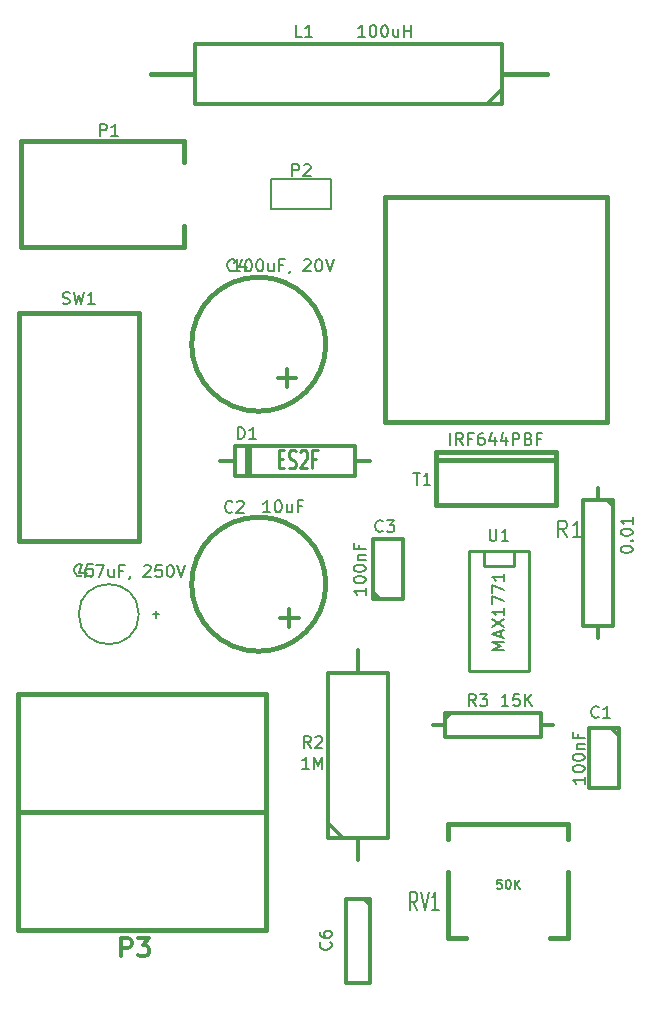
<source format=gto>
G04 (created by PCBNEW (2013-jul-07)-stable) date Tue 20 Jan 2015 05:17:42 PM PST*
%MOIN*%
G04 Gerber Fmt 3.4, Leading zero omitted, Abs format*
%FSLAX34Y34*%
G01*
G70*
G90*
G04 APERTURE LIST*
%ADD10C,0.00590551*%
%ADD11C,0.015*%
%ADD12C,0.006*%
%ADD13C,0.01*%
%ADD14C,0.012*%
%ADD15C,0.005*%
%ADD16C,0.008*%
%ADD17C,0.014*%
%ADD18C,0.0075*%
G04 APERTURE END LIST*
G54D10*
G54D11*
X38000Y-41450D02*
X38000Y-49050D01*
X38000Y-49050D02*
X34000Y-49050D01*
X34000Y-49050D02*
X34000Y-41450D01*
X34000Y-41450D02*
X38000Y-41450D01*
G54D12*
X42400Y-38000D02*
X42400Y-37000D01*
X42400Y-37000D02*
X44400Y-37000D01*
X44400Y-37000D02*
X44400Y-38000D01*
X44400Y-38000D02*
X42400Y-38000D01*
G54D13*
X50500Y-49400D02*
X50500Y-49900D01*
X50500Y-49900D02*
X49500Y-49900D01*
X49500Y-49900D02*
X49500Y-49400D01*
X51000Y-49400D02*
X51000Y-53400D01*
X51000Y-53400D02*
X49000Y-53400D01*
X49000Y-53400D02*
X49000Y-49400D01*
X49000Y-49400D02*
X51000Y-49400D01*
G54D11*
X39500Y-38563D02*
X39500Y-39272D01*
X39500Y-39272D02*
X34067Y-39272D01*
X34067Y-39272D02*
X34067Y-35768D01*
X34067Y-35768D02*
X34067Y-35728D01*
X34067Y-35728D02*
X39500Y-35728D01*
X39500Y-35728D02*
X39500Y-36437D01*
X44236Y-50500D02*
G75*
G03X44236Y-50500I-2236J0D01*
G74*
G01*
X44236Y-42500D02*
G75*
G03X44236Y-42500I-2236J0D01*
G74*
G01*
G54D14*
X45700Y-61000D02*
X45700Y-63800D01*
X45700Y-63800D02*
X44900Y-63800D01*
X44900Y-63800D02*
X44900Y-61000D01*
X44900Y-61000D02*
X45700Y-61000D01*
X45500Y-61000D02*
X45700Y-61200D01*
G54D15*
X38001Y-51500D02*
G75*
G03X38001Y-51500I-1001J0D01*
G74*
G01*
G54D14*
X45800Y-50980D02*
X45800Y-49000D01*
X45800Y-49000D02*
X46800Y-49000D01*
X46800Y-49000D02*
X46800Y-51000D01*
X46800Y-51000D02*
X45800Y-51000D01*
X46050Y-51000D02*
X45800Y-50750D01*
X54000Y-55320D02*
X54000Y-57300D01*
X54000Y-57300D02*
X53000Y-57300D01*
X53000Y-57300D02*
X53000Y-55300D01*
X53000Y-55300D02*
X54000Y-55300D01*
X53750Y-55300D02*
X54000Y-55550D01*
X47800Y-55200D02*
X48200Y-55200D01*
X48200Y-55200D02*
X48200Y-54800D01*
X48200Y-54800D02*
X51400Y-54800D01*
X51400Y-54800D02*
X51400Y-55600D01*
X51400Y-55600D02*
X48200Y-55600D01*
X48200Y-55600D02*
X48200Y-55200D01*
X48200Y-55000D02*
X48400Y-54800D01*
X51800Y-55200D02*
X51400Y-55200D01*
X40700Y-46400D02*
X41200Y-46400D01*
X41200Y-46400D02*
X41200Y-46900D01*
X41200Y-46900D02*
X45200Y-46900D01*
X45200Y-46900D02*
X45200Y-46400D01*
X45200Y-46400D02*
X45700Y-46400D01*
X45200Y-46400D02*
X45200Y-45900D01*
X45200Y-45900D02*
X41200Y-45900D01*
X41200Y-45900D02*
X41200Y-46400D01*
X41700Y-46900D02*
X41700Y-45900D01*
X41600Y-46900D02*
X41600Y-45900D01*
X45300Y-59700D02*
X45300Y-59700D01*
X45300Y-59700D02*
X45300Y-59700D01*
X45300Y-53450D02*
X45300Y-52700D01*
X45300Y-52700D02*
X45300Y-52700D01*
X46300Y-53450D02*
X46300Y-58950D01*
X44300Y-58950D02*
X44300Y-53450D01*
X44800Y-58950D02*
X44300Y-58450D01*
X44300Y-53450D02*
X46300Y-53450D01*
X44300Y-58950D02*
X46300Y-58950D01*
X45300Y-59700D02*
X45300Y-58950D01*
X53300Y-47300D02*
X53300Y-47700D01*
X53300Y-52300D02*
X53300Y-51900D01*
X53800Y-51900D02*
X52800Y-51900D01*
X52800Y-51900D02*
X52800Y-47700D01*
X52800Y-47700D02*
X53800Y-47700D01*
X53800Y-47700D02*
X53800Y-51900D01*
X53600Y-47700D02*
X53800Y-47900D01*
G54D11*
X50150Y-33500D02*
X51600Y-33500D01*
X39800Y-33500D02*
X38400Y-33500D01*
G54D14*
X39882Y-32500D02*
X50118Y-32500D01*
X50118Y-34500D02*
X39882Y-34500D01*
X50112Y-34000D02*
X49612Y-34500D01*
X39882Y-34500D02*
X39882Y-32500D01*
X50118Y-34500D02*
X50118Y-32500D01*
G54D11*
X33966Y-58100D02*
X42234Y-58100D01*
X33966Y-54163D02*
X33966Y-62037D01*
X42234Y-54163D02*
X42234Y-62037D01*
X33966Y-54163D02*
X42234Y-54163D01*
X42234Y-62037D02*
X33966Y-62037D01*
X53600Y-37600D02*
X46200Y-37600D01*
X53600Y-45100D02*
X53600Y-37600D01*
X46200Y-45100D02*
X46200Y-37600D01*
X46200Y-45100D02*
X53600Y-45100D01*
X47900Y-46350D02*
X47900Y-46100D01*
X47900Y-46100D02*
X51900Y-46100D01*
X51900Y-46100D02*
X51900Y-46350D01*
X47900Y-47850D02*
X47900Y-46350D01*
X47900Y-46350D02*
X51900Y-46350D01*
X51900Y-46350D02*
X51900Y-47850D01*
X51900Y-47850D02*
X47900Y-47850D01*
X52300Y-60300D02*
X52300Y-60100D01*
X52300Y-58800D02*
X52300Y-59000D01*
X48300Y-58800D02*
X48300Y-59000D01*
X48300Y-60300D02*
X48300Y-60100D01*
X48800Y-62300D02*
X48900Y-62300D01*
X48300Y-60300D02*
X48300Y-62300D01*
X48300Y-62300D02*
X48800Y-62300D01*
X52300Y-58800D02*
X52300Y-58500D01*
X52300Y-58500D02*
X48300Y-58500D01*
X48300Y-58500D02*
X48300Y-58800D01*
X51700Y-62300D02*
X52300Y-62300D01*
X52300Y-62300D02*
X52300Y-60300D01*
G54D16*
X35466Y-41142D02*
X35523Y-41161D01*
X35619Y-41161D01*
X35657Y-41142D01*
X35676Y-41123D01*
X35695Y-41085D01*
X35695Y-41047D01*
X35676Y-41009D01*
X35657Y-40990D01*
X35619Y-40971D01*
X35542Y-40952D01*
X35504Y-40933D01*
X35485Y-40914D01*
X35466Y-40876D01*
X35466Y-40838D01*
X35485Y-40800D01*
X35504Y-40780D01*
X35542Y-40761D01*
X35638Y-40761D01*
X35695Y-40780D01*
X35828Y-40761D02*
X35923Y-41161D01*
X36000Y-40876D01*
X36076Y-41161D01*
X36171Y-40761D01*
X36533Y-41161D02*
X36304Y-41161D01*
X36419Y-41161D02*
X36419Y-40761D01*
X36380Y-40819D01*
X36342Y-40857D01*
X36304Y-40876D01*
X43124Y-36901D02*
X43124Y-36501D01*
X43277Y-36501D01*
X43315Y-36520D01*
X43334Y-36540D01*
X43353Y-36578D01*
X43353Y-36635D01*
X43334Y-36673D01*
X43315Y-36692D01*
X43277Y-36711D01*
X43124Y-36711D01*
X43505Y-36540D02*
X43524Y-36520D01*
X43562Y-36501D01*
X43658Y-36501D01*
X43696Y-36520D01*
X43715Y-36540D01*
X43734Y-36578D01*
X43734Y-36616D01*
X43715Y-36673D01*
X43486Y-36901D01*
X43734Y-36901D01*
X49695Y-48661D02*
X49695Y-48985D01*
X49714Y-49023D01*
X49733Y-49042D01*
X49771Y-49061D01*
X49847Y-49061D01*
X49885Y-49042D01*
X49904Y-49023D01*
X49923Y-48985D01*
X49923Y-48661D01*
X50323Y-49061D02*
X50095Y-49061D01*
X50209Y-49061D02*
X50209Y-48661D01*
X50171Y-48719D01*
X50133Y-48757D01*
X50095Y-48776D01*
X50181Y-52691D02*
X49781Y-52691D01*
X50067Y-52557D01*
X49781Y-52424D01*
X50181Y-52424D01*
X50067Y-52253D02*
X50067Y-52062D01*
X50181Y-52291D02*
X49781Y-52157D01*
X50181Y-52024D01*
X49781Y-51929D02*
X50181Y-51662D01*
X49781Y-51662D02*
X50181Y-51929D01*
X50181Y-51300D02*
X50181Y-51529D01*
X50181Y-51414D02*
X49781Y-51414D01*
X49839Y-51453D01*
X49877Y-51491D01*
X49896Y-51529D01*
X49781Y-51167D02*
X49781Y-50900D01*
X50181Y-51072D01*
X49781Y-50786D02*
X49781Y-50519D01*
X50181Y-50691D01*
X50181Y-50157D02*
X50181Y-50386D01*
X50181Y-50272D02*
X49781Y-50272D01*
X49839Y-50310D01*
X49877Y-50348D01*
X49896Y-50386D01*
X36704Y-35561D02*
X36704Y-35161D01*
X36857Y-35161D01*
X36895Y-35180D01*
X36914Y-35200D01*
X36933Y-35238D01*
X36933Y-35295D01*
X36914Y-35333D01*
X36895Y-35352D01*
X36857Y-35371D01*
X36704Y-35371D01*
X37314Y-35561D02*
X37085Y-35561D01*
X37200Y-35561D02*
X37200Y-35161D01*
X37161Y-35219D01*
X37123Y-35257D01*
X37085Y-35276D01*
X41123Y-48083D02*
X41104Y-48102D01*
X41047Y-48121D01*
X41009Y-48121D01*
X40951Y-48102D01*
X40913Y-48064D01*
X40894Y-48026D01*
X40875Y-47950D01*
X40875Y-47893D01*
X40894Y-47817D01*
X40913Y-47779D01*
X40951Y-47740D01*
X41009Y-47721D01*
X41047Y-47721D01*
X41104Y-47740D01*
X41123Y-47760D01*
X41275Y-47760D02*
X41294Y-47740D01*
X41332Y-47721D01*
X41428Y-47721D01*
X41466Y-47740D01*
X41485Y-47760D01*
X41504Y-47798D01*
X41504Y-47836D01*
X41485Y-47893D01*
X41256Y-48121D01*
X41504Y-48121D01*
X42381Y-48101D02*
X42152Y-48101D01*
X42267Y-48101D02*
X42267Y-47701D01*
X42229Y-47759D01*
X42190Y-47797D01*
X42152Y-47816D01*
X42629Y-47701D02*
X42667Y-47701D01*
X42705Y-47720D01*
X42724Y-47740D01*
X42743Y-47778D01*
X42762Y-47854D01*
X42762Y-47949D01*
X42743Y-48025D01*
X42724Y-48063D01*
X42705Y-48082D01*
X42667Y-48101D01*
X42629Y-48101D01*
X42590Y-48082D01*
X42571Y-48063D01*
X42552Y-48025D01*
X42533Y-47949D01*
X42533Y-47854D01*
X42552Y-47778D01*
X42571Y-47740D01*
X42590Y-47720D01*
X42629Y-47701D01*
X43105Y-47835D02*
X43105Y-48101D01*
X42933Y-47835D02*
X42933Y-48044D01*
X42952Y-48082D01*
X42990Y-48101D01*
X43048Y-48101D01*
X43086Y-48082D01*
X43105Y-48063D01*
X43429Y-47892D02*
X43295Y-47892D01*
X43295Y-48101D02*
X43295Y-47701D01*
X43486Y-47701D01*
G54D17*
X42719Y-51621D02*
X43328Y-51621D01*
X43024Y-51925D02*
X43024Y-51316D01*
G54D16*
X41203Y-40033D02*
X41184Y-40052D01*
X41127Y-40071D01*
X41089Y-40071D01*
X41031Y-40052D01*
X40993Y-40014D01*
X40974Y-39976D01*
X40955Y-39900D01*
X40955Y-39843D01*
X40974Y-39767D01*
X40993Y-39729D01*
X41031Y-39690D01*
X41089Y-39671D01*
X41127Y-39671D01*
X41184Y-39690D01*
X41203Y-39710D01*
X41546Y-39805D02*
X41546Y-40071D01*
X41450Y-39652D02*
X41355Y-39938D01*
X41603Y-39938D01*
X41390Y-40071D02*
X41162Y-40071D01*
X41276Y-40071D02*
X41276Y-39671D01*
X41238Y-39729D01*
X41200Y-39767D01*
X41162Y-39786D01*
X41638Y-39671D02*
X41676Y-39671D01*
X41714Y-39690D01*
X41733Y-39710D01*
X41752Y-39748D01*
X41771Y-39824D01*
X41771Y-39919D01*
X41752Y-39995D01*
X41733Y-40033D01*
X41714Y-40052D01*
X41676Y-40071D01*
X41638Y-40071D01*
X41600Y-40052D01*
X41581Y-40033D01*
X41562Y-39995D01*
X41543Y-39919D01*
X41543Y-39824D01*
X41562Y-39748D01*
X41581Y-39710D01*
X41600Y-39690D01*
X41638Y-39671D01*
X42019Y-39671D02*
X42057Y-39671D01*
X42095Y-39690D01*
X42114Y-39710D01*
X42133Y-39748D01*
X42152Y-39824D01*
X42152Y-39919D01*
X42133Y-39995D01*
X42114Y-40033D01*
X42095Y-40052D01*
X42057Y-40071D01*
X42019Y-40071D01*
X41981Y-40052D01*
X41962Y-40033D01*
X41943Y-39995D01*
X41924Y-39919D01*
X41924Y-39824D01*
X41943Y-39748D01*
X41962Y-39710D01*
X41981Y-39690D01*
X42019Y-39671D01*
X42495Y-39805D02*
X42495Y-40071D01*
X42324Y-39805D02*
X42324Y-40014D01*
X42343Y-40052D01*
X42381Y-40071D01*
X42438Y-40071D01*
X42476Y-40052D01*
X42495Y-40033D01*
X42819Y-39862D02*
X42686Y-39862D01*
X42686Y-40071D02*
X42686Y-39671D01*
X42876Y-39671D01*
X43048Y-40052D02*
X43048Y-40071D01*
X43029Y-40110D01*
X43010Y-40129D01*
X43505Y-39710D02*
X43524Y-39690D01*
X43562Y-39671D01*
X43657Y-39671D01*
X43695Y-39690D01*
X43714Y-39710D01*
X43733Y-39748D01*
X43733Y-39786D01*
X43714Y-39843D01*
X43486Y-40071D01*
X43733Y-40071D01*
X43981Y-39671D02*
X44019Y-39671D01*
X44057Y-39690D01*
X44076Y-39710D01*
X44095Y-39748D01*
X44114Y-39824D01*
X44114Y-39919D01*
X44095Y-39995D01*
X44076Y-40033D01*
X44057Y-40052D01*
X44019Y-40071D01*
X43981Y-40071D01*
X43943Y-40052D01*
X43924Y-40033D01*
X43905Y-39995D01*
X43886Y-39919D01*
X43886Y-39824D01*
X43905Y-39748D01*
X43924Y-39710D01*
X43943Y-39690D01*
X43981Y-39671D01*
X44229Y-39671D02*
X44362Y-40071D01*
X44495Y-39671D01*
G54D17*
X42639Y-43622D02*
X43248Y-43622D01*
X42944Y-43926D02*
X42944Y-43317D01*
G54D16*
X44389Y-62434D02*
X44408Y-62453D01*
X44427Y-62510D01*
X44427Y-62548D01*
X44408Y-62606D01*
X44370Y-62644D01*
X44332Y-62663D01*
X44256Y-62682D01*
X44199Y-62682D01*
X44123Y-62663D01*
X44085Y-62644D01*
X44046Y-62606D01*
X44027Y-62548D01*
X44027Y-62510D01*
X44046Y-62453D01*
X44066Y-62434D01*
X44027Y-62091D02*
X44027Y-62167D01*
X44046Y-62206D01*
X44066Y-62225D01*
X44123Y-62263D01*
X44199Y-62282D01*
X44351Y-62282D01*
X44389Y-62263D01*
X44408Y-62244D01*
X44427Y-62206D01*
X44427Y-62129D01*
X44408Y-62091D01*
X44389Y-62072D01*
X44351Y-62053D01*
X44256Y-62053D01*
X44218Y-62072D01*
X44199Y-62091D01*
X44180Y-62129D01*
X44180Y-62206D01*
X44199Y-62244D01*
X44218Y-62263D01*
X44256Y-62282D01*
X36103Y-50193D02*
X36084Y-50212D01*
X36027Y-50231D01*
X35989Y-50231D01*
X35931Y-50212D01*
X35893Y-50174D01*
X35874Y-50136D01*
X35855Y-50060D01*
X35855Y-50003D01*
X35874Y-49927D01*
X35893Y-49889D01*
X35931Y-49850D01*
X35989Y-49831D01*
X36027Y-49831D01*
X36084Y-49850D01*
X36103Y-49870D01*
X36465Y-49831D02*
X36274Y-49831D01*
X36255Y-50022D01*
X36274Y-50003D01*
X36312Y-49984D01*
X36408Y-49984D01*
X36446Y-50003D01*
X36465Y-50022D01*
X36484Y-50060D01*
X36484Y-50155D01*
X36465Y-50193D01*
X36446Y-50212D01*
X36408Y-50231D01*
X36312Y-50231D01*
X36274Y-50212D01*
X36255Y-50193D01*
X36207Y-49995D02*
X36207Y-50261D01*
X36112Y-49842D02*
X36017Y-50128D01*
X36264Y-50128D01*
X36417Y-50223D02*
X36436Y-50242D01*
X36417Y-50261D01*
X36398Y-50242D01*
X36417Y-50223D01*
X36417Y-50261D01*
X36569Y-49861D02*
X36836Y-49861D01*
X36664Y-50261D01*
X37160Y-49995D02*
X37160Y-50261D01*
X36988Y-49995D02*
X36988Y-50204D01*
X37007Y-50242D01*
X37045Y-50261D01*
X37102Y-50261D01*
X37140Y-50242D01*
X37160Y-50223D01*
X37483Y-50052D02*
X37350Y-50052D01*
X37350Y-50261D02*
X37350Y-49861D01*
X37540Y-49861D01*
X37712Y-50242D02*
X37712Y-50261D01*
X37693Y-50300D01*
X37674Y-50319D01*
X38169Y-49900D02*
X38188Y-49880D01*
X38226Y-49861D01*
X38321Y-49861D01*
X38360Y-49880D01*
X38379Y-49900D01*
X38398Y-49938D01*
X38398Y-49976D01*
X38379Y-50033D01*
X38150Y-50261D01*
X38398Y-50261D01*
X38760Y-49861D02*
X38569Y-49861D01*
X38550Y-50052D01*
X38569Y-50033D01*
X38607Y-50014D01*
X38702Y-50014D01*
X38740Y-50033D01*
X38760Y-50052D01*
X38779Y-50090D01*
X38779Y-50185D01*
X38760Y-50223D01*
X38740Y-50242D01*
X38702Y-50261D01*
X38607Y-50261D01*
X38569Y-50242D01*
X38550Y-50223D01*
X39026Y-49861D02*
X39064Y-49861D01*
X39102Y-49880D01*
X39121Y-49900D01*
X39140Y-49938D01*
X39160Y-50014D01*
X39160Y-50109D01*
X39140Y-50185D01*
X39121Y-50223D01*
X39102Y-50242D01*
X39064Y-50261D01*
X39026Y-50261D01*
X38988Y-50242D01*
X38969Y-50223D01*
X38950Y-50185D01*
X38931Y-50109D01*
X38931Y-50014D01*
X38950Y-49938D01*
X38969Y-49900D01*
X38988Y-49880D01*
X39026Y-49861D01*
X39274Y-49861D02*
X39407Y-50261D01*
X39540Y-49861D01*
G54D18*
X38460Y-51507D02*
X38689Y-51507D01*
X38575Y-51621D02*
X38575Y-51392D01*
G54D16*
X46133Y-48723D02*
X46114Y-48742D01*
X46057Y-48761D01*
X46019Y-48761D01*
X45961Y-48742D01*
X45923Y-48704D01*
X45904Y-48666D01*
X45885Y-48590D01*
X45885Y-48533D01*
X45904Y-48457D01*
X45923Y-48419D01*
X45961Y-48380D01*
X46019Y-48361D01*
X46057Y-48361D01*
X46114Y-48380D01*
X46133Y-48400D01*
X46266Y-48361D02*
X46514Y-48361D01*
X46380Y-48514D01*
X46438Y-48514D01*
X46476Y-48533D01*
X46495Y-48552D01*
X46514Y-48590D01*
X46514Y-48685D01*
X46495Y-48723D01*
X46476Y-48742D01*
X46438Y-48761D01*
X46323Y-48761D01*
X46285Y-48742D01*
X46266Y-48723D01*
X45561Y-50619D02*
X45561Y-50847D01*
X45561Y-50733D02*
X45161Y-50733D01*
X45219Y-50771D01*
X45257Y-50809D01*
X45276Y-50847D01*
X45161Y-50371D02*
X45161Y-50333D01*
X45180Y-50295D01*
X45200Y-50276D01*
X45238Y-50257D01*
X45314Y-50238D01*
X45409Y-50238D01*
X45485Y-50257D01*
X45523Y-50276D01*
X45542Y-50295D01*
X45561Y-50333D01*
X45561Y-50371D01*
X45542Y-50409D01*
X45523Y-50428D01*
X45485Y-50447D01*
X45409Y-50466D01*
X45314Y-50466D01*
X45238Y-50447D01*
X45200Y-50428D01*
X45180Y-50409D01*
X45161Y-50371D01*
X45161Y-49990D02*
X45161Y-49952D01*
X45180Y-49914D01*
X45200Y-49895D01*
X45238Y-49876D01*
X45314Y-49857D01*
X45409Y-49857D01*
X45485Y-49876D01*
X45523Y-49895D01*
X45542Y-49914D01*
X45561Y-49952D01*
X45561Y-49990D01*
X45542Y-50028D01*
X45523Y-50047D01*
X45485Y-50066D01*
X45409Y-50085D01*
X45314Y-50085D01*
X45238Y-50066D01*
X45200Y-50047D01*
X45180Y-50028D01*
X45161Y-49990D01*
X45295Y-49685D02*
X45561Y-49685D01*
X45333Y-49685D02*
X45314Y-49666D01*
X45295Y-49628D01*
X45295Y-49571D01*
X45314Y-49533D01*
X45352Y-49514D01*
X45561Y-49514D01*
X45352Y-49190D02*
X45352Y-49323D01*
X45561Y-49323D02*
X45161Y-49323D01*
X45161Y-49133D01*
X53333Y-54923D02*
X53314Y-54942D01*
X53257Y-54961D01*
X53219Y-54961D01*
X53161Y-54942D01*
X53123Y-54904D01*
X53104Y-54866D01*
X53085Y-54790D01*
X53085Y-54733D01*
X53104Y-54657D01*
X53123Y-54619D01*
X53161Y-54580D01*
X53219Y-54561D01*
X53257Y-54561D01*
X53314Y-54580D01*
X53333Y-54600D01*
X53714Y-54961D02*
X53485Y-54961D01*
X53600Y-54961D02*
X53600Y-54561D01*
X53561Y-54619D01*
X53523Y-54657D01*
X53485Y-54676D01*
X52861Y-56919D02*
X52861Y-57147D01*
X52861Y-57033D02*
X52461Y-57033D01*
X52519Y-57071D01*
X52557Y-57109D01*
X52576Y-57147D01*
X52461Y-56671D02*
X52461Y-56633D01*
X52480Y-56595D01*
X52500Y-56576D01*
X52538Y-56557D01*
X52614Y-56538D01*
X52709Y-56538D01*
X52785Y-56557D01*
X52823Y-56576D01*
X52842Y-56595D01*
X52861Y-56633D01*
X52861Y-56671D01*
X52842Y-56709D01*
X52823Y-56728D01*
X52785Y-56747D01*
X52709Y-56766D01*
X52614Y-56766D01*
X52538Y-56747D01*
X52500Y-56728D01*
X52480Y-56709D01*
X52461Y-56671D01*
X52461Y-56290D02*
X52461Y-56252D01*
X52480Y-56214D01*
X52500Y-56195D01*
X52538Y-56176D01*
X52614Y-56157D01*
X52709Y-56157D01*
X52785Y-56176D01*
X52823Y-56195D01*
X52842Y-56214D01*
X52861Y-56252D01*
X52861Y-56290D01*
X52842Y-56328D01*
X52823Y-56347D01*
X52785Y-56366D01*
X52709Y-56385D01*
X52614Y-56385D01*
X52538Y-56366D01*
X52500Y-56347D01*
X52480Y-56328D01*
X52461Y-56290D01*
X52595Y-55985D02*
X52861Y-55985D01*
X52633Y-55985D02*
X52614Y-55966D01*
X52595Y-55928D01*
X52595Y-55871D01*
X52614Y-55833D01*
X52652Y-55814D01*
X52861Y-55814D01*
X52652Y-55490D02*
X52652Y-55623D01*
X52861Y-55623D02*
X52461Y-55623D01*
X52461Y-55433D01*
X49233Y-54561D02*
X49100Y-54371D01*
X49004Y-54561D02*
X49004Y-54161D01*
X49157Y-54161D01*
X49195Y-54180D01*
X49214Y-54200D01*
X49233Y-54238D01*
X49233Y-54295D01*
X49214Y-54333D01*
X49195Y-54352D01*
X49157Y-54371D01*
X49004Y-54371D01*
X49366Y-54161D02*
X49614Y-54161D01*
X49480Y-54314D01*
X49538Y-54314D01*
X49576Y-54333D01*
X49595Y-54352D01*
X49614Y-54390D01*
X49614Y-54485D01*
X49595Y-54523D01*
X49576Y-54542D01*
X49538Y-54561D01*
X49423Y-54561D01*
X49385Y-54542D01*
X49366Y-54523D01*
X50323Y-54561D02*
X50095Y-54561D01*
X50209Y-54561D02*
X50209Y-54161D01*
X50171Y-54219D01*
X50133Y-54257D01*
X50095Y-54276D01*
X50685Y-54161D02*
X50495Y-54161D01*
X50476Y-54352D01*
X50495Y-54333D01*
X50533Y-54314D01*
X50628Y-54314D01*
X50666Y-54333D01*
X50685Y-54352D01*
X50704Y-54390D01*
X50704Y-54485D01*
X50685Y-54523D01*
X50666Y-54542D01*
X50628Y-54561D01*
X50533Y-54561D01*
X50495Y-54542D01*
X50476Y-54523D01*
X50876Y-54561D02*
X50876Y-54161D01*
X51104Y-54561D02*
X50933Y-54333D01*
X51104Y-54161D02*
X50876Y-54390D01*
X41304Y-45661D02*
X41304Y-45261D01*
X41400Y-45261D01*
X41457Y-45280D01*
X41495Y-45319D01*
X41514Y-45357D01*
X41533Y-45433D01*
X41533Y-45490D01*
X41514Y-45566D01*
X41495Y-45604D01*
X41457Y-45642D01*
X41400Y-45661D01*
X41304Y-45661D01*
X41914Y-45661D02*
X41685Y-45661D01*
X41800Y-45661D02*
X41800Y-45261D01*
X41761Y-45319D01*
X41723Y-45357D01*
X41685Y-45376D01*
G54D13*
X42661Y-46328D02*
X42795Y-46328D01*
X42852Y-46642D02*
X42661Y-46642D01*
X42661Y-46042D01*
X42852Y-46042D01*
X43004Y-46614D02*
X43061Y-46642D01*
X43157Y-46642D01*
X43195Y-46614D01*
X43214Y-46585D01*
X43233Y-46528D01*
X43233Y-46471D01*
X43214Y-46414D01*
X43195Y-46385D01*
X43157Y-46357D01*
X43080Y-46328D01*
X43042Y-46300D01*
X43023Y-46271D01*
X43004Y-46214D01*
X43004Y-46157D01*
X43023Y-46100D01*
X43042Y-46071D01*
X43080Y-46042D01*
X43176Y-46042D01*
X43233Y-46071D01*
X43385Y-46100D02*
X43404Y-46071D01*
X43442Y-46042D01*
X43538Y-46042D01*
X43576Y-46071D01*
X43595Y-46100D01*
X43614Y-46157D01*
X43614Y-46214D01*
X43595Y-46300D01*
X43366Y-46642D01*
X43614Y-46642D01*
X43919Y-46328D02*
X43785Y-46328D01*
X43785Y-46642D02*
X43785Y-46042D01*
X43976Y-46042D01*
G54D16*
X43733Y-55961D02*
X43600Y-55771D01*
X43504Y-55961D02*
X43504Y-55561D01*
X43657Y-55561D01*
X43695Y-55580D01*
X43714Y-55600D01*
X43733Y-55638D01*
X43733Y-55695D01*
X43714Y-55733D01*
X43695Y-55752D01*
X43657Y-55771D01*
X43504Y-55771D01*
X43885Y-55600D02*
X43904Y-55580D01*
X43942Y-55561D01*
X44038Y-55561D01*
X44076Y-55580D01*
X44095Y-55600D01*
X44114Y-55638D01*
X44114Y-55676D01*
X44095Y-55733D01*
X43866Y-55961D01*
X44114Y-55961D01*
X43685Y-56661D02*
X43457Y-56661D01*
X43571Y-56661D02*
X43571Y-56261D01*
X43533Y-56319D01*
X43495Y-56357D01*
X43457Y-56376D01*
X43857Y-56661D02*
X43857Y-56261D01*
X43990Y-56547D01*
X44123Y-56261D01*
X44123Y-56661D01*
X52276Y-48932D02*
X52110Y-48670D01*
X51990Y-48932D02*
X51990Y-48382D01*
X52181Y-48382D01*
X52229Y-48408D01*
X52252Y-48435D01*
X52276Y-48487D01*
X52276Y-48565D01*
X52252Y-48618D01*
X52229Y-48644D01*
X52181Y-48670D01*
X51990Y-48670D01*
X52752Y-48932D02*
X52467Y-48932D01*
X52610Y-48932D02*
X52610Y-48382D01*
X52562Y-48461D01*
X52514Y-48513D01*
X52467Y-48539D01*
X54061Y-49355D02*
X54061Y-49317D01*
X54080Y-49279D01*
X54100Y-49260D01*
X54138Y-49240D01*
X54214Y-49221D01*
X54309Y-49221D01*
X54385Y-49240D01*
X54423Y-49260D01*
X54442Y-49279D01*
X54461Y-49317D01*
X54461Y-49355D01*
X54442Y-49393D01*
X54423Y-49412D01*
X54385Y-49431D01*
X54309Y-49450D01*
X54214Y-49450D01*
X54138Y-49431D01*
X54100Y-49412D01*
X54080Y-49393D01*
X54061Y-49355D01*
X54423Y-49050D02*
X54442Y-49031D01*
X54461Y-49050D01*
X54442Y-49069D01*
X54423Y-49050D01*
X54461Y-49050D01*
X54061Y-48783D02*
X54061Y-48745D01*
X54080Y-48707D01*
X54100Y-48688D01*
X54138Y-48669D01*
X54214Y-48650D01*
X54309Y-48650D01*
X54385Y-48669D01*
X54423Y-48688D01*
X54442Y-48707D01*
X54461Y-48745D01*
X54461Y-48783D01*
X54442Y-48821D01*
X54423Y-48840D01*
X54385Y-48859D01*
X54309Y-48879D01*
X54214Y-48879D01*
X54138Y-48859D01*
X54100Y-48840D01*
X54080Y-48821D01*
X54061Y-48783D01*
X54461Y-48269D02*
X54461Y-48498D01*
X54461Y-48383D02*
X54061Y-48383D01*
X54119Y-48421D01*
X54157Y-48459D01*
X54176Y-48498D01*
X43433Y-32261D02*
X43242Y-32261D01*
X43242Y-31861D01*
X43776Y-32261D02*
X43547Y-32261D01*
X43661Y-32261D02*
X43661Y-31861D01*
X43623Y-31919D01*
X43585Y-31957D01*
X43547Y-31976D01*
X45542Y-32261D02*
X45314Y-32261D01*
X45428Y-32261D02*
X45428Y-31861D01*
X45390Y-31919D01*
X45352Y-31957D01*
X45314Y-31976D01*
X45790Y-31861D02*
X45828Y-31861D01*
X45866Y-31880D01*
X45885Y-31900D01*
X45904Y-31938D01*
X45923Y-32014D01*
X45923Y-32109D01*
X45904Y-32185D01*
X45885Y-32223D01*
X45866Y-32242D01*
X45828Y-32261D01*
X45790Y-32261D01*
X45752Y-32242D01*
X45733Y-32223D01*
X45714Y-32185D01*
X45695Y-32109D01*
X45695Y-32014D01*
X45714Y-31938D01*
X45733Y-31900D01*
X45752Y-31880D01*
X45790Y-31861D01*
X46171Y-31861D02*
X46209Y-31861D01*
X46247Y-31880D01*
X46266Y-31900D01*
X46285Y-31938D01*
X46304Y-32014D01*
X46304Y-32109D01*
X46285Y-32185D01*
X46266Y-32223D01*
X46247Y-32242D01*
X46209Y-32261D01*
X46171Y-32261D01*
X46133Y-32242D01*
X46114Y-32223D01*
X46095Y-32185D01*
X46076Y-32109D01*
X46076Y-32014D01*
X46095Y-31938D01*
X46114Y-31900D01*
X46133Y-31880D01*
X46171Y-31861D01*
X46647Y-31995D02*
X46647Y-32261D01*
X46476Y-31995D02*
X46476Y-32204D01*
X46495Y-32242D01*
X46533Y-32261D01*
X46590Y-32261D01*
X46628Y-32242D01*
X46647Y-32223D01*
X46838Y-32261D02*
X46838Y-31861D01*
X46838Y-32052D02*
X47066Y-32052D01*
X47066Y-32261D02*
X47066Y-31861D01*
G54D14*
X37418Y-62902D02*
X37418Y-62302D01*
X37646Y-62302D01*
X37703Y-62331D01*
X37732Y-62360D01*
X37761Y-62417D01*
X37761Y-62502D01*
X37732Y-62560D01*
X37703Y-62588D01*
X37646Y-62617D01*
X37418Y-62617D01*
X37961Y-62302D02*
X38332Y-62302D01*
X38132Y-62531D01*
X38218Y-62531D01*
X38275Y-62560D01*
X38303Y-62588D01*
X38332Y-62645D01*
X38332Y-62788D01*
X38303Y-62845D01*
X38275Y-62874D01*
X38218Y-62902D01*
X38046Y-62902D01*
X37989Y-62874D01*
X37961Y-62845D01*
G54D16*
X47154Y-46782D02*
X47382Y-46782D01*
X47268Y-47182D02*
X47268Y-46782D01*
X47725Y-47182D02*
X47497Y-47182D01*
X47611Y-47182D02*
X47611Y-46782D01*
X47573Y-46840D01*
X47535Y-46878D01*
X47497Y-46897D01*
X48385Y-45861D02*
X48385Y-45461D01*
X48804Y-45861D02*
X48671Y-45671D01*
X48576Y-45861D02*
X48576Y-45461D01*
X48728Y-45461D01*
X48766Y-45480D01*
X48785Y-45500D01*
X48804Y-45538D01*
X48804Y-45595D01*
X48785Y-45633D01*
X48766Y-45652D01*
X48728Y-45671D01*
X48576Y-45671D01*
X49109Y-45652D02*
X48976Y-45652D01*
X48976Y-45861D02*
X48976Y-45461D01*
X49166Y-45461D01*
X49490Y-45461D02*
X49414Y-45461D01*
X49376Y-45480D01*
X49357Y-45500D01*
X49319Y-45557D01*
X49300Y-45633D01*
X49300Y-45785D01*
X49319Y-45823D01*
X49338Y-45842D01*
X49376Y-45861D01*
X49452Y-45861D01*
X49490Y-45842D01*
X49509Y-45823D01*
X49528Y-45785D01*
X49528Y-45690D01*
X49509Y-45652D01*
X49490Y-45633D01*
X49452Y-45614D01*
X49376Y-45614D01*
X49338Y-45633D01*
X49319Y-45652D01*
X49300Y-45690D01*
X49871Y-45595D02*
X49871Y-45861D01*
X49776Y-45442D02*
X49680Y-45728D01*
X49928Y-45728D01*
X50252Y-45595D02*
X50252Y-45861D01*
X50157Y-45442D02*
X50061Y-45728D01*
X50309Y-45728D01*
X50461Y-45861D02*
X50461Y-45461D01*
X50614Y-45461D01*
X50652Y-45480D01*
X50671Y-45500D01*
X50690Y-45538D01*
X50690Y-45595D01*
X50671Y-45633D01*
X50652Y-45652D01*
X50614Y-45671D01*
X50461Y-45671D01*
X50995Y-45652D02*
X51052Y-45671D01*
X51071Y-45690D01*
X51090Y-45728D01*
X51090Y-45785D01*
X51071Y-45823D01*
X51052Y-45842D01*
X51014Y-45861D01*
X50861Y-45861D01*
X50861Y-45461D01*
X50995Y-45461D01*
X51033Y-45480D01*
X51052Y-45500D01*
X51071Y-45538D01*
X51071Y-45576D01*
X51052Y-45614D01*
X51033Y-45633D01*
X50995Y-45652D01*
X50861Y-45652D01*
X51395Y-45652D02*
X51261Y-45652D01*
X51261Y-45861D02*
X51261Y-45461D01*
X51452Y-45461D01*
X47281Y-61372D02*
X47148Y-61087D01*
X47053Y-61372D02*
X47053Y-60772D01*
X47205Y-60772D01*
X47243Y-60801D01*
X47262Y-60830D01*
X47281Y-60887D01*
X47281Y-60972D01*
X47262Y-61030D01*
X47243Y-61058D01*
X47205Y-61087D01*
X47053Y-61087D01*
X47396Y-60772D02*
X47529Y-61372D01*
X47662Y-60772D01*
X48005Y-61372D02*
X47777Y-61372D01*
X47891Y-61372D02*
X47891Y-60772D01*
X47853Y-60858D01*
X47815Y-60915D01*
X47777Y-60944D01*
G54D15*
X50098Y-60351D02*
X49955Y-60351D01*
X49941Y-60494D01*
X49955Y-60480D01*
X49984Y-60465D01*
X50055Y-60465D01*
X50084Y-60480D01*
X50098Y-60494D01*
X50112Y-60522D01*
X50112Y-60594D01*
X50098Y-60622D01*
X50084Y-60637D01*
X50055Y-60651D01*
X49984Y-60651D01*
X49955Y-60637D01*
X49941Y-60622D01*
X50298Y-60351D02*
X50327Y-60351D01*
X50355Y-60365D01*
X50370Y-60380D01*
X50384Y-60408D01*
X50398Y-60465D01*
X50398Y-60537D01*
X50384Y-60594D01*
X50370Y-60622D01*
X50355Y-60637D01*
X50327Y-60651D01*
X50298Y-60651D01*
X50270Y-60637D01*
X50255Y-60622D01*
X50241Y-60594D01*
X50227Y-60537D01*
X50227Y-60465D01*
X50241Y-60408D01*
X50255Y-60380D01*
X50270Y-60365D01*
X50298Y-60351D01*
X50527Y-60651D02*
X50527Y-60351D01*
X50698Y-60651D02*
X50570Y-60480D01*
X50698Y-60351D02*
X50527Y-60522D01*
M02*

</source>
